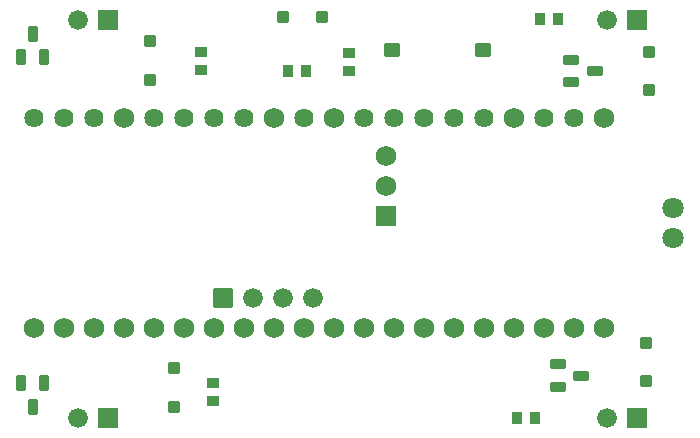
<source format=gts>
G04 Layer: TopSolderMaskLayer*
G04 EasyEDA v6.5.34, 2023-08-13 08:00:09*
G04 3ef975804e8146baa9bbefacfd0b45dc,794d3a8cdbfe417db23b3599569a6dff,10*
G04 Gerber Generator version 0.2*
G04 Scale: 100 percent, Rotated: No, Reflected: No *
G04 Dimensions in millimeters *
G04 leading zeros omitted , absolute positions ,4 integer and 5 decimal *
%FSLAX45Y45*%
%MOMM*%

%AMMACRO1*1,1,$1,$2,$3*1,1,$1,$4,$5*1,1,$1,0-$2,0-$3*1,1,$1,0-$4,0-$5*20,1,$1,$2,$3,$4,$5,0*20,1,$1,$4,$5,0-$2,0-$3,0*20,1,$1,0-$2,0-$3,0-$4,0-$5,0*20,1,$1,0-$4,0-$5,$2,$3,0*4,1,4,$2,$3,$4,$5,0-$2,0-$3,0-$4,0-$5,$2,$3,0*%
%ADD10MACRO1,0.1016X-0.455X-0.42X-0.455X0.42*%
%ADD11MACRO1,0.1016X0.455X-0.42X0.455X0.42*%
%ADD12MACRO1,0.1016X0.625X0.5X0.625X-0.5*%
%ADD13MACRO1,0.1016X0.625X-0.35X-0.625X-0.35*%
%ADD14MACRO1,0.1016X-0.35X-0.625X-0.35X0.625*%
%ADD15MACRO1,0.1016X0.35X0.625X0.35X-0.625*%
%ADD16MACRO1,0.1016X-0.4032X-0.432X-0.4032X0.432*%
%ADD17MACRO1,0.1016X0.4032X-0.432X0.4032X0.432*%
%ADD18MACRO1,0.1016X-0.432X0.4032X0.432X0.4032*%
%ADD19MACRO1,0.1016X-0.432X-0.4032X0.432X-0.4032*%
%ADD20MACRO1,0.1016X0.432X-0.4032X-0.432X-0.4032*%
%ADD21MACRO1,0.1016X0.432X0.4032X-0.432X0.4032*%
%ADD22C,1.7272*%
%ADD23C,1.6256*%
%ADD24MACRO1,0.2032X-0.762X0.762X0.762X0.762*%
%ADD25C,1.8016*%
%ADD26MACRO1,0.1016X-0.7874X0.7874X0.7874X0.7874*%
%ADD27C,1.6764*%
%ADD28MACRO1,0.1016X-0.42X0.455X0.42X0.455*%
%ADD29MACRO1,0.1016X-0.42X-0.455X0.42X-0.455*%
%ADD30MACRO1,0.1016X0.42X-0.455X-0.42X-0.455*%
%ADD31MACRO1,0.1016X0.42X0.455X-0.42X0.455*%
%ADD32R,1.6764X1.6764*%

%LPD*%
D10*
G01*
X2703000Y-292100D03*
D11*
G01*
X2376999Y-292100D03*
D12*
G01*
X4070502Y-571500D03*
G01*
X3295500Y-571500D03*
D13*
G01*
X4700600Y-3232403D03*
G01*
X4700600Y-3422394D03*
G01*
X4900599Y-3327398D03*
D14*
G01*
X348996Y-3392500D03*
G01*
X159005Y-3392500D03*
G01*
X254001Y-3592499D03*
D15*
G01*
X159003Y-633399D03*
G01*
X348994Y-633399D03*
G01*
X253998Y-433400D03*
D13*
G01*
X4814900Y-654303D03*
G01*
X4814900Y-844294D03*
G01*
X5014899Y-749298D03*
D16*
G01*
X4507624Y-3683000D03*
D17*
G01*
X4356975Y-3683000D03*
D18*
G01*
X1778000Y-3542424D03*
D19*
G01*
X1778000Y-3391775D03*
D20*
G01*
X1676400Y-585075D03*
D21*
G01*
X1676400Y-735724D03*
D16*
G01*
X4698124Y-304800D03*
D17*
G01*
X4547475Y-304800D03*
D16*
G01*
X2564524Y-749300D03*
D17*
G01*
X2413875Y-749300D03*
D20*
G01*
X2933700Y-597775D03*
D21*
G01*
X2933700Y-748424D03*
D22*
G01*
X5092700Y-1143000D03*
D23*
G01*
X4838700Y-1143000D03*
G01*
X4584700Y-1143000D03*
D22*
G01*
X4330700Y-1143000D03*
D23*
G01*
X4076700Y-1143000D03*
G01*
X3822700Y-1143000D03*
G01*
X3568700Y-1143000D03*
G01*
X3314700Y-1143000D03*
G01*
X3060700Y-1143000D03*
D22*
G01*
X2806700Y-1143000D03*
D23*
G01*
X2552700Y-1143000D03*
D22*
G01*
X2298700Y-1143000D03*
D23*
G01*
X2044700Y-1143000D03*
G01*
X1790700Y-1143000D03*
G01*
X1536700Y-1143000D03*
G01*
X1282700Y-1143000D03*
D22*
G01*
X1028700Y-1143000D03*
D23*
G01*
X774700Y-1143000D03*
G01*
X520700Y-1143000D03*
G01*
X266700Y-1143000D03*
D22*
G01*
X5092700Y-2921000D03*
G01*
X4838700Y-2921000D03*
G01*
X4584700Y-2921000D03*
G01*
X4330700Y-2921000D03*
G01*
X4076700Y-2921000D03*
G01*
X3822700Y-2921000D03*
G01*
X3568700Y-2921000D03*
G01*
X3314700Y-2921000D03*
G01*
X3060700Y-2921000D03*
G01*
X2806700Y-2921000D03*
G01*
X2552700Y-2921000D03*
G01*
X2298700Y-2921000D03*
G01*
X2044700Y-2921000D03*
G01*
X1790700Y-2921000D03*
G01*
X1536700Y-2921000D03*
G01*
X1282700Y-2921000D03*
G01*
X1028700Y-2921000D03*
G01*
X774700Y-2921000D03*
G01*
X520700Y-2921000D03*
G01*
X266700Y-2921000D03*
G01*
X3249701Y-1719605D03*
G01*
X3249701Y-1465605D03*
D24*
G01*
X3249693Y-1973600D03*
D25*
G01*
X5676900Y-1905000D03*
G01*
X5676900Y-2159000D03*
D26*
G01*
X1866900Y-2667000D03*
D27*
G01*
X2120900Y-2667000D03*
G01*
X2374900Y-2667000D03*
G01*
X2628900Y-2667000D03*
D28*
G01*
X5448300Y-3376100D03*
D29*
G01*
X5448300Y-3050099D03*
D30*
G01*
X1447800Y-3265999D03*
D31*
G01*
X1447800Y-3592000D03*
D28*
G01*
X1244600Y-823400D03*
D29*
G01*
X1244600Y-497399D03*
D30*
G01*
X5473700Y-586299D03*
D31*
G01*
X5473700Y-912300D03*
D32*
G01*
X5372100Y-3683000D03*
D27*
G01*
X5118100Y-3683000D03*
D32*
G01*
X889000Y-3683000D03*
D27*
G01*
X635000Y-3683000D03*
D32*
G01*
X889000Y-317500D03*
D27*
G01*
X635000Y-317500D03*
D32*
G01*
X5372100Y-317500D03*
D27*
G01*
X5118100Y-317500D03*
M02*

</source>
